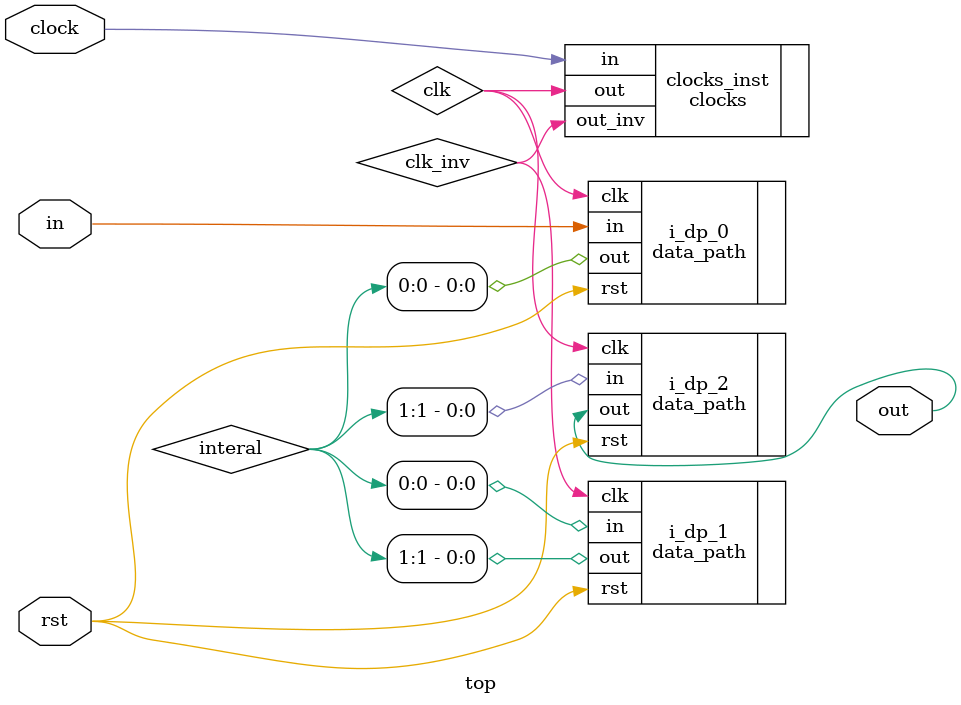
<source format=sv>

module top (
  input clock,
  input rst,
  input in,
  output out
);

  wire clk, clk_inv;
  wire [1:0] interal;

   clocks clocks_inst (
      .out(clk),
      .out_inv(clk_inv),
      .in(clock)
   );

  data_path #(
    .DATA_DEPTH(10),
    .COMB_DEPTH(3)
  ) i_dp_0 (
    .clk(clk),
    .rst(rst),
    .in(in),
    .out(interal[0])
  );

  data_path #(
    .DATA_DEPTH(1),
    .COMB_DEPTH(30)
  ) i_dp_1 (
    .clk(clk_inv),
    //.clk(clk),
    .rst(rst),
    .in(interal[0]),
    .out(interal[1])
  );

  data_path #(
    .DATA_DEPTH(10),
    .COMB_DEPTH(3)
  ) i_dp_2 (
    .clk(clk),
    .rst(rst),
    .in(interal[1]),
    .out(out)
  );

endmodule


</source>
